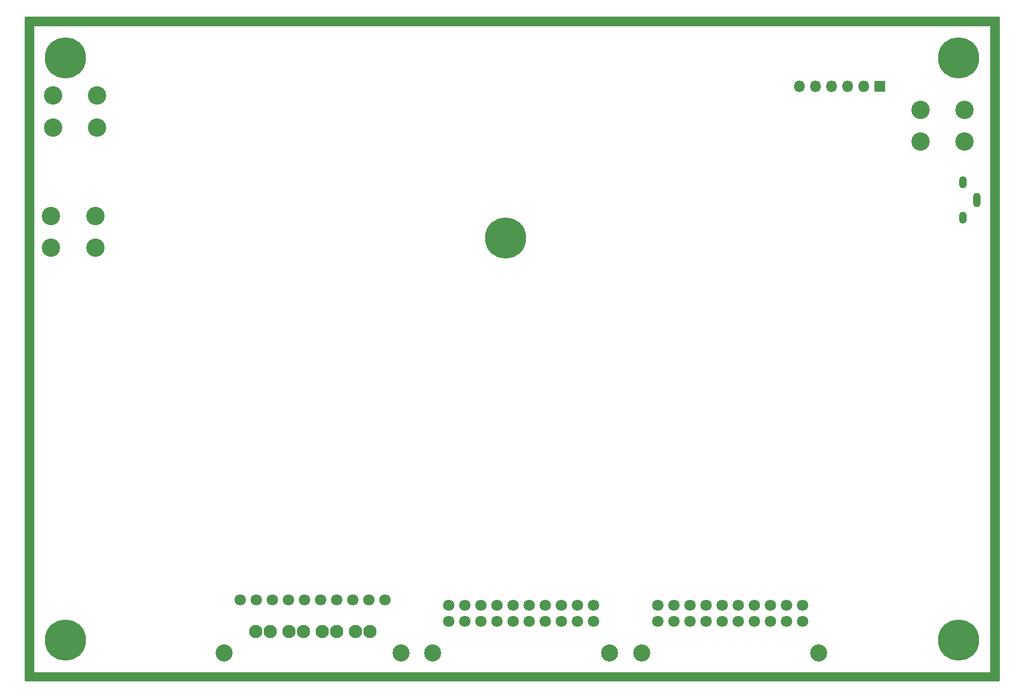
<source format=gbr>
G04 #@! TF.FileFunction,Soldermask,Bot*
%FSLAX46Y46*%
G04 Gerber Fmt 4.6, Leading zero omitted, Abs format (unit mm)*
G04 Created by KiCad (PCBNEW 4.0.7) date 01/18/18 08:29:13*
%MOMM*%
%LPD*%
G01*
G04 APERTURE LIST*
%ADD10C,0.100000*%
%ADD11R,1.800000X1.800000*%
%ADD12O,1.800000X1.800000*%
%ADD13C,2.900000*%
%ADD14C,6.500000*%
%ADD15C,0.900000*%
%ADD16C,1.800000*%
%ADD17C,2.700000*%
%ADD18C,2.100000*%
%ADD19O,1.200000X1.900000*%
%ADD20O,1.200000X2.300000*%
%ADD21C,0.254000*%
G04 APERTURE END LIST*
D10*
D11*
X128620000Y87500000D03*
D12*
X126080000Y87500000D03*
X123540000Y87500000D03*
X121000000Y87500000D03*
X118460000Y87500000D03*
X115920000Y87500000D03*
D13*
X-2000000Y81000000D03*
X5000000Y81000000D03*
X-2000000Y86000000D03*
X5000000Y86000000D03*
X-2320000Y62020000D03*
X4680000Y62020000D03*
X-2320000Y67020000D03*
X4680000Y67020000D03*
X135000000Y78750000D03*
X142000000Y78750000D03*
X135000000Y83750000D03*
X142000000Y83750000D03*
D14*
X141000000Y0D03*
D15*
X143400000Y0D03*
X142697056Y-1697056D03*
X141000000Y-2400000D03*
X139302944Y-1697056D03*
X138600000Y0D03*
X139302944Y1697056D03*
X141000000Y2400000D03*
X142697056Y1697056D03*
D14*
X141000000Y92000000D03*
D15*
X143400000Y92000000D03*
X142697056Y90302944D03*
X141000000Y89600000D03*
X139302944Y90302944D03*
X138600000Y92000000D03*
X139302944Y93697056D03*
X141000000Y94400000D03*
X142697056Y93697056D03*
D14*
X69500000Y63500000D03*
D15*
X71900000Y63500000D03*
X71197056Y61802944D03*
X69500000Y61100000D03*
X67802944Y61802944D03*
X67100000Y63500000D03*
X67802944Y65197056D03*
X69500000Y65900000D03*
X71197056Y65197056D03*
D14*
X0Y0D03*
D15*
X2400000Y0D03*
X1697056Y-1697056D03*
X0Y-2400000D03*
X-1697056Y-1697056D03*
X-2400000Y0D03*
X-1697056Y1697056D03*
X0Y2400000D03*
X1697056Y1697056D03*
D14*
X0Y92000000D03*
D15*
X2400000Y92000000D03*
X1697056Y90302944D03*
X0Y89600000D03*
X-1697056Y90302944D03*
X-2400000Y92000000D03*
X-1697056Y93697056D03*
X0Y94400000D03*
X1697056Y93697056D03*
D16*
X93540000Y5540000D03*
X96080000Y5540000D03*
X98620000Y5540000D03*
X101160000Y5540000D03*
X103700000Y5540000D03*
X106240000Y5540000D03*
X108780000Y5540000D03*
X111320000Y5540000D03*
X113860000Y5540000D03*
X116400000Y5540000D03*
D17*
X91000000Y-2000000D03*
X118940000Y-2000000D03*
D16*
X93540000Y3000000D03*
X96080000Y3000000D03*
X98620000Y3000000D03*
X101160000Y3000000D03*
X103700000Y3000000D03*
X106240000Y3000000D03*
X108780000Y3000000D03*
X111320000Y3000000D03*
X113860000Y3000000D03*
X116400000Y3000000D03*
X60540000Y5540000D03*
X63080000Y5540000D03*
X65620000Y5540000D03*
X68160000Y5540000D03*
X70700000Y5540000D03*
X73240000Y5540000D03*
X75780000Y5540000D03*
X78320000Y5540000D03*
X80860000Y5540000D03*
X83400000Y5540000D03*
D17*
X58000000Y-2000000D03*
X85940000Y-2000000D03*
D16*
X60540000Y3000000D03*
X63080000Y3000000D03*
X65620000Y3000000D03*
X68160000Y3000000D03*
X70700000Y3000000D03*
X73240000Y3000000D03*
X75780000Y3000000D03*
X78320000Y3000000D03*
X80860000Y3000000D03*
X83400000Y3000000D03*
X27600000Y6360000D03*
X30140000Y6360000D03*
X32680000Y6360000D03*
X35220000Y6360000D03*
X37760000Y6360000D03*
X40300000Y6360000D03*
X42840000Y6360000D03*
X45380000Y6360000D03*
X47920000Y6360000D03*
X50460000Y6360000D03*
D18*
X30005000Y1360000D03*
X32305000Y1360000D03*
X35255000Y1360000D03*
X37555000Y1360000D03*
X40505000Y1360000D03*
X42805000Y1360000D03*
X45755000Y1360000D03*
X48055000Y1360000D03*
D17*
X25060000Y-2000000D03*
X53000000Y-2000000D03*
D19*
X141750000Y66700000D03*
X141750000Y72300000D03*
D20*
X143900000Y69500000D03*
D21*
G36*
X147373000Y-6373000D02*
X-6373000Y-6373000D01*
X-6373000Y97000000D01*
X-5127000Y97000000D01*
X-5127000Y-5000000D01*
X-5116994Y-5049410D01*
X-5088553Y-5091035D01*
X-5046159Y-5118315D01*
X-5000000Y-5127000D01*
X146000000Y-5127000D01*
X146049410Y-5116994D01*
X146091035Y-5088553D01*
X146118315Y-5046159D01*
X146127000Y-5000000D01*
X146127000Y97000000D01*
X146116994Y97049410D01*
X146088553Y97091035D01*
X146046159Y97118315D01*
X146000000Y97127000D01*
X-5000000Y97127000D01*
X-5049410Y97116994D01*
X-5091035Y97088553D01*
X-5118315Y97046159D01*
X-5127000Y97000000D01*
X-6373000Y97000000D01*
X-6373000Y98373000D01*
X147373000Y98373000D01*
X147373000Y-6373000D01*
X147373000Y-6373000D01*
G37*
X147373000Y-6373000D02*
X-6373000Y-6373000D01*
X-6373000Y97000000D01*
X-5127000Y97000000D01*
X-5127000Y-5000000D01*
X-5116994Y-5049410D01*
X-5088553Y-5091035D01*
X-5046159Y-5118315D01*
X-5000000Y-5127000D01*
X146000000Y-5127000D01*
X146049410Y-5116994D01*
X146091035Y-5088553D01*
X146118315Y-5046159D01*
X146127000Y-5000000D01*
X146127000Y97000000D01*
X146116994Y97049410D01*
X146088553Y97091035D01*
X146046159Y97118315D01*
X146000000Y97127000D01*
X-5000000Y97127000D01*
X-5049410Y97116994D01*
X-5091035Y97088553D01*
X-5118315Y97046159D01*
X-5127000Y97000000D01*
X-6373000Y97000000D01*
X-6373000Y98373000D01*
X147373000Y98373000D01*
X147373000Y-6373000D01*
M02*

</source>
